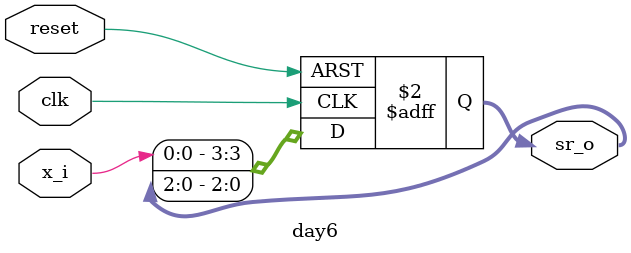
<source format=sv>
module day6(
  input     wire        clk,
  input     wire        reset,
  input     wire        x_i,      // Serial input

  output    reg [3:0]   sr_o
);


  always@( posedge clk or posedge reset)
    begin
      if(reset)  
      sr_o<=4'b0000;
      else
        sr_o<={x_i,sr_o[2:0]};
      
    end

endmodule

</source>
